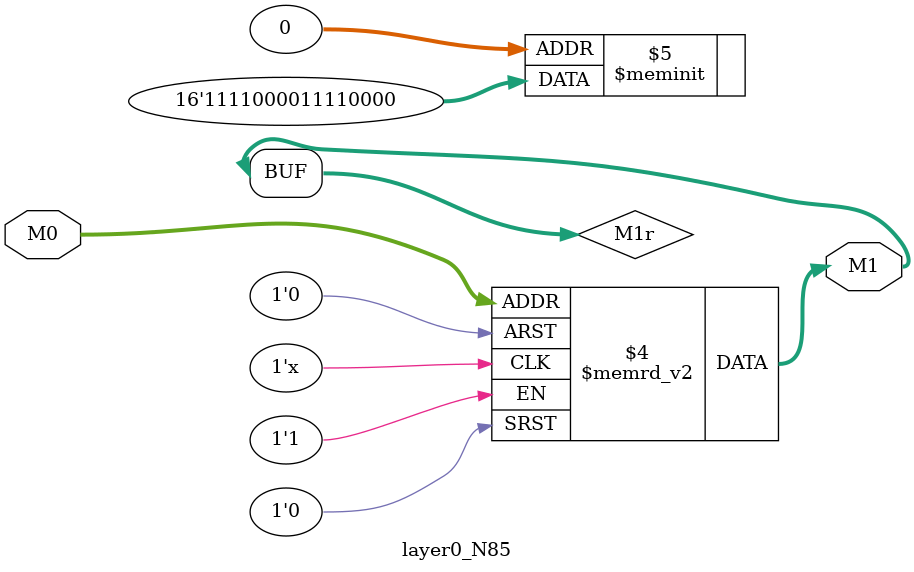
<source format=v>
module layer0_N85 ( input [2:0] M0, output [1:0] M1 );

	(*rom_style = "distributed" *) reg [1:0] M1r;
	assign M1 = M1r;
	always @ (M0) begin
		case (M0)
			3'b000: M1r = 2'b00;
			3'b100: M1r = 2'b00;
			3'b010: M1r = 2'b11;
			3'b110: M1r = 2'b11;
			3'b001: M1r = 2'b00;
			3'b101: M1r = 2'b00;
			3'b011: M1r = 2'b11;
			3'b111: M1r = 2'b11;

		endcase
	end
endmodule

</source>
